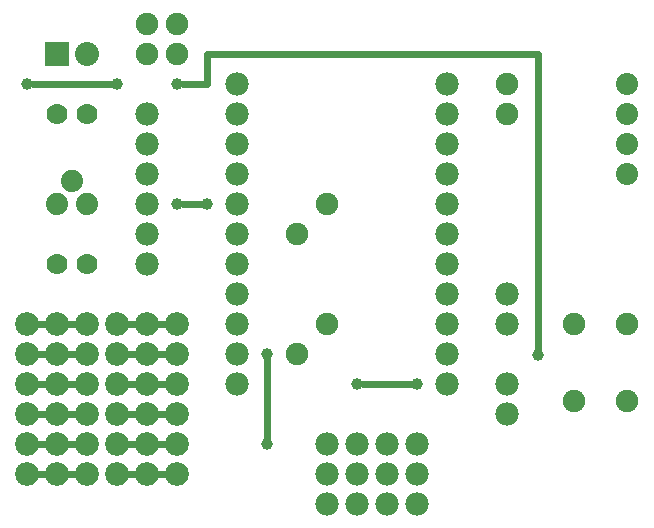
<source format=gtl>
G04 MADE WITH FRITZING*
G04 WWW.FRITZING.ORG*
G04 DOUBLE SIDED*
G04 HOLES PLATED*
G04 CONTOUR ON CENTER OF CONTOUR VECTOR*
%ASAXBY*%
%FSLAX23Y23*%
%MOIN*%
%OFA0B0*%
%SFA1.0B1.0*%
%ADD10C,0.039370*%
%ADD11C,0.078000*%
%ADD12C,0.075000*%
%ADD13C,0.070000*%
%ADD14C,0.080000*%
%ADD15C,0.073889*%
%ADD16C,0.074000*%
%ADD17C,0.079370*%
%ADD18R,0.080000X0.080000*%
%ADD19C,0.024000*%
%LNCOPPER1*%
G90*
G70*
G54D10*
X584Y1176D03*
X684Y1176D03*
G54D11*
X1384Y276D03*
X1284Y276D03*
X1184Y276D03*
X1084Y276D03*
X1384Y176D03*
X1284Y176D03*
X1184Y176D03*
X1084Y176D03*
X1384Y376D03*
X1284Y376D03*
X1184Y376D03*
X1084Y376D03*
G54D12*
X1084Y1176D03*
X1084Y776D03*
X984Y1076D03*
X984Y676D03*
G54D10*
X1384Y576D03*
X1184Y576D03*
X884Y676D03*
X884Y376D03*
G54D13*
X184Y1476D03*
X284Y1476D03*
X184Y976D03*
X284Y976D03*
G54D14*
X184Y1676D03*
X284Y1676D03*
G54D15*
X2084Y1276D03*
X2084Y1376D03*
X2084Y1476D03*
X2084Y1576D03*
G54D16*
X284Y1176D03*
X234Y1251D03*
X184Y1176D03*
X284Y1176D03*
X234Y1251D03*
X184Y1176D03*
G54D11*
X1484Y1576D03*
X1484Y1476D03*
X1484Y1376D03*
X1484Y1276D03*
X1484Y1176D03*
X1484Y1076D03*
X1484Y976D03*
X1484Y876D03*
X1484Y776D03*
X1484Y676D03*
X1484Y576D03*
X484Y1476D03*
X484Y1376D03*
X484Y1276D03*
X484Y1176D03*
X484Y1076D03*
X484Y976D03*
X1684Y876D03*
X1684Y776D03*
G54D12*
X1684Y1476D03*
X1684Y1576D03*
X2084Y776D03*
X2084Y520D03*
X1906Y776D03*
X1906Y520D03*
G54D10*
X84Y1576D03*
X384Y1576D03*
G54D11*
X784Y1576D03*
X784Y1476D03*
X784Y1376D03*
X784Y1276D03*
X784Y1176D03*
X784Y1076D03*
X784Y976D03*
X784Y876D03*
X784Y776D03*
X784Y676D03*
X784Y576D03*
G54D17*
X584Y776D03*
X484Y776D03*
X384Y776D03*
X284Y776D03*
X184Y776D03*
X84Y776D03*
X584Y676D03*
X484Y676D03*
X384Y676D03*
X284Y676D03*
X184Y676D03*
X84Y676D03*
X584Y576D03*
X484Y576D03*
X384Y576D03*
X284Y576D03*
X184Y576D03*
X84Y576D03*
X584Y476D03*
X484Y476D03*
X384Y476D03*
X284Y476D03*
X184Y476D03*
X84Y476D03*
X584Y376D03*
X484Y376D03*
X384Y376D03*
X284Y376D03*
X184Y376D03*
X84Y376D03*
X584Y276D03*
X484Y276D03*
X384Y276D03*
X284Y276D03*
X184Y276D03*
X84Y276D03*
G54D12*
X484Y1776D03*
X584Y1776D03*
X484Y1676D03*
X584Y1676D03*
G54D11*
X1684Y576D03*
X1684Y476D03*
G54D10*
X1785Y672D03*
X584Y1576D03*
G54D18*
X184Y1676D03*
G54D19*
X603Y1176D02*
X665Y1176D01*
D02*
X1365Y576D02*
X1203Y576D01*
D02*
X884Y657D02*
X884Y395D01*
D02*
X365Y1576D02*
X103Y1576D01*
D02*
X603Y1576D02*
X684Y1576D01*
D02*
X684Y1676D02*
X1785Y1676D01*
D02*
X684Y1576D02*
X684Y1676D01*
D02*
X1785Y1676D02*
X1785Y691D01*
D02*
X153Y676D02*
X114Y676D01*
D02*
X153Y776D02*
X114Y776D01*
D02*
X153Y576D02*
X114Y576D01*
D02*
X153Y476D02*
X114Y476D01*
D02*
X153Y376D02*
X114Y376D01*
D02*
X153Y276D02*
X114Y276D01*
D02*
X253Y276D02*
X214Y276D01*
D02*
X253Y376D02*
X214Y376D01*
D02*
X253Y476D02*
X214Y476D01*
D02*
X253Y576D02*
X214Y576D01*
D02*
X253Y676D02*
X214Y676D01*
D02*
X253Y776D02*
X214Y776D01*
D02*
X453Y776D02*
X414Y776D01*
D02*
X553Y776D02*
X514Y776D01*
D02*
X453Y676D02*
X414Y676D01*
D02*
X553Y676D02*
X514Y676D01*
D02*
X453Y576D02*
X414Y576D01*
D02*
X553Y576D02*
X514Y576D01*
D02*
X453Y476D02*
X414Y476D01*
D02*
X553Y476D02*
X514Y476D01*
D02*
X453Y376D02*
X414Y376D01*
D02*
X553Y376D02*
X514Y376D01*
D02*
X453Y276D02*
X414Y276D01*
D02*
X553Y276D02*
X514Y276D01*
G04 End of Copper1*
M02*
</source>
